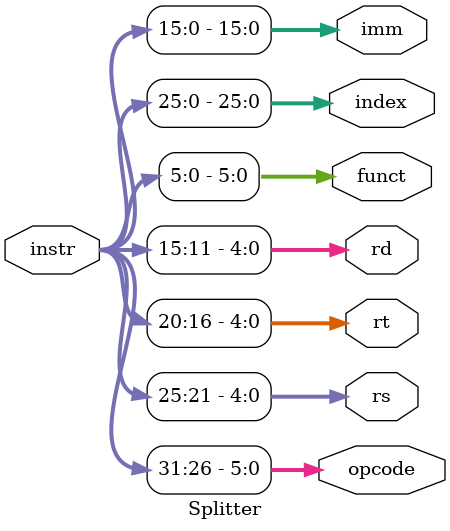
<source format=v>
`timescale 1ns / 1ps
module Splitter(
    input [31:0] instr,
    output [5:0] opcode,
    output [4:0] rs,
    output [4:0] rt,
    output [4:0] rd,
    output [5:0] funct,
    output [25:0] index,
    output [15:0] imm
    );

assign opcode = instr[31:26];
assign rs = instr[25:21];
assign rt = instr[20:16];
assign rd = instr[15:11];
assign funct = instr[5:0];
assign index = instr[25:0];
assign imm = instr[15:0];

endmodule

</source>
